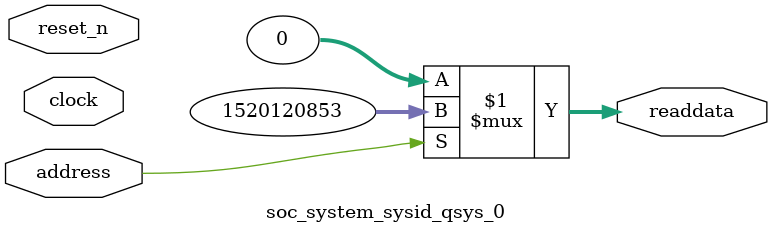
<source format=v>



// synthesis translate_off
`timescale 1ns / 1ps
// synthesis translate_on

// turn off superfluous verilog processor warnings 
// altera message_level Level1 
// altera message_off 10034 10035 10036 10037 10230 10240 10030 

module soc_system_sysid_qsys_0 (
               // inputs:
                address,
                clock,
                reset_n,

               // outputs:
                readdata
             )
;

  output  [ 31: 0] readdata;
  input            address;
  input            clock;
  input            reset_n;

  wire    [ 31: 0] readdata;
  //control_slave, which is an e_avalon_slave
  assign readdata = address ? 1520120853 : 0;

endmodule



</source>
